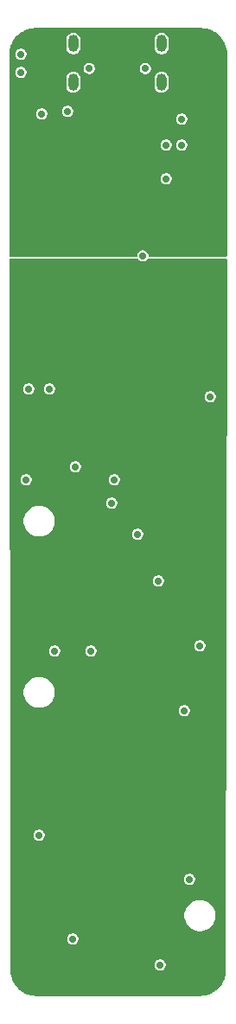
<source format=gbr>
%TF.GenerationSoftware,KiCad,Pcbnew,9.0.3*%
%TF.CreationDate,2025-09-25T22:47:40-04:00*%
%TF.ProjectId,Photon,50686f74-6f6e-42e6-9b69-6361645f7063,1.3*%
%TF.SameCoordinates,Original*%
%TF.FileFunction,Copper,L3,Inr*%
%TF.FilePolarity,Positive*%
%FSLAX46Y46*%
G04 Gerber Fmt 4.6, Leading zero omitted, Abs format (unit mm)*
G04 Created by KiCad (PCBNEW 9.0.3) date 2025-09-25 22:47:40*
%MOMM*%
%LPD*%
G01*
G04 APERTURE LIST*
%TA.AperFunction,HeatsinkPad*%
%ADD10O,1.000000X1.700000*%
%TD*%
%TA.AperFunction,ViaPad*%
%ADD11C,0.700000*%
%TD*%
G04 APERTURE END LIST*
D10*
%TO.N,GND*%
%TO.C,J1*%
X57198800Y-25860000D03*
X57198800Y-22060000D03*
X48558800Y-25860000D03*
X48558800Y-22060000D03*
%TD*%
D11*
%TO.N,GND*%
X46736000Y-81534000D03*
X55626000Y-24526000D03*
X52324000Y-67056000D03*
X61976000Y-56642000D03*
X43434000Y-23114000D03*
X59182000Y-29464000D03*
X56896000Y-74676000D03*
X57658000Y-32004000D03*
X50128800Y-24526000D03*
X43434000Y-24892000D03*
X54864000Y-70104000D03*
X59436000Y-87376000D03*
X52578000Y-64770000D03*
X55372000Y-42863000D03*
X60960000Y-81026000D03*
X57057000Y-112268000D03*
X44196000Y-55880000D03*
X50292000Y-81534000D03*
X46228000Y-55880000D03*
X59944000Y-103886000D03*
X59182000Y-32004000D03*
X43942000Y-64770000D03*
X45466000Y-28956000D03*
%TO.N,PACK+*%
X48006000Y-28702000D03*
X45212000Y-99568000D03*
X57658000Y-35306000D03*
X48768000Y-63500000D03*
%TO.N,+3V3*%
X55880000Y-61976000D03*
X48768000Y-65024000D03*
X57912000Y-61976000D03*
X53848000Y-46482000D03*
X59944000Y-61976000D03*
X48260000Y-69088000D03*
X45149000Y-113475000D03*
X51816000Y-96266000D03*
X51816000Y-98552000D03*
X53848000Y-44450000D03*
X48768000Y-81534000D03*
%TO.N,5V*%
X48768000Y-35814000D03*
X51358800Y-24526000D03*
X54356000Y-24384000D03*
X57404000Y-29464000D03*
X51816000Y-41085000D03*
%TO.N,/Bat_Neg*%
X48514000Y-109728000D03*
%TD*%
%TA.AperFunction,Conductor*%
%TO.N,5V*%
G36*
X61093527Y-20566657D02*
G01*
X61370408Y-20582210D01*
X61381439Y-20583453D01*
X61652120Y-20629446D01*
X61662928Y-20631912D01*
X61926786Y-20707932D01*
X61937235Y-20711588D01*
X62190905Y-20816665D01*
X62200899Y-20821478D01*
X62441146Y-20954260D01*
X62441206Y-20954293D01*
X62450603Y-20960198D01*
X62674524Y-21119081D01*
X62683195Y-21125996D01*
X62887928Y-21308959D01*
X62895762Y-21316793D01*
X62950632Y-21378193D01*
X63078719Y-21521525D01*
X63085641Y-21530205D01*
X63244520Y-21754126D01*
X63250426Y-21763526D01*
X63383233Y-22003824D01*
X63388050Y-22013827D01*
X63493115Y-22267480D01*
X63496782Y-22277958D01*
X63572792Y-22541793D01*
X63575262Y-22552617D01*
X63621250Y-22823291D01*
X63622493Y-22834323D01*
X63638039Y-23111148D01*
X63638195Y-23116843D01*
X63609464Y-42827144D01*
X63590472Y-42885307D01*
X63540919Y-42921199D01*
X63510464Y-42926000D01*
X56021500Y-42926000D01*
X55963309Y-42907093D01*
X55927345Y-42857593D01*
X55922500Y-42827000D01*
X55922500Y-42790525D01*
X55884984Y-42650515D01*
X55884982Y-42650512D01*
X55884982Y-42650510D01*
X55812512Y-42524989D01*
X55812510Y-42524987D01*
X55812509Y-42524985D01*
X55710015Y-42422491D01*
X55710012Y-42422489D01*
X55710010Y-42422487D01*
X55584488Y-42350017D01*
X55584489Y-42350017D01*
X55554896Y-42342087D01*
X55444475Y-42312500D01*
X55299525Y-42312500D01*
X55237790Y-42329041D01*
X55159510Y-42350017D01*
X55033989Y-42422487D01*
X54931487Y-42524989D01*
X54859017Y-42650510D01*
X54821500Y-42790525D01*
X54821500Y-42827000D01*
X54802593Y-42885191D01*
X54753093Y-42921155D01*
X54722500Y-42926000D01*
X42407506Y-42926000D01*
X42349315Y-42907093D01*
X42313351Y-42857593D01*
X42308506Y-42827144D01*
X42297433Y-35233525D01*
X57107500Y-35233525D01*
X57107500Y-35378474D01*
X57145017Y-35518489D01*
X57217487Y-35644010D01*
X57217489Y-35644012D01*
X57217491Y-35644015D01*
X57319985Y-35746509D01*
X57319987Y-35746510D01*
X57319989Y-35746512D01*
X57445511Y-35818982D01*
X57445512Y-35818982D01*
X57445515Y-35818984D01*
X57585525Y-35856500D01*
X57585526Y-35856500D01*
X57730474Y-35856500D01*
X57730475Y-35856500D01*
X57870485Y-35818984D01*
X57870487Y-35818982D01*
X57870489Y-35818982D01*
X57996010Y-35746512D01*
X57996010Y-35746511D01*
X57996015Y-35746509D01*
X58098509Y-35644015D01*
X58170984Y-35518485D01*
X58208500Y-35378475D01*
X58208500Y-35233525D01*
X58170984Y-35093515D01*
X58170982Y-35093512D01*
X58170982Y-35093510D01*
X58098512Y-34967989D01*
X58098510Y-34967987D01*
X58098509Y-34967985D01*
X57996015Y-34865491D01*
X57996012Y-34865489D01*
X57996010Y-34865487D01*
X57870488Y-34793017D01*
X57870489Y-34793017D01*
X57840896Y-34785087D01*
X57730475Y-34755500D01*
X57585525Y-34755500D01*
X57523790Y-34772041D01*
X57445510Y-34793017D01*
X57319989Y-34865487D01*
X57217487Y-34967989D01*
X57145017Y-35093510D01*
X57107500Y-35233525D01*
X42297433Y-35233525D01*
X42297424Y-35227180D01*
X42292618Y-31931525D01*
X57107500Y-31931525D01*
X57107500Y-32076474D01*
X57145017Y-32216489D01*
X57217487Y-32342010D01*
X57217489Y-32342012D01*
X57217491Y-32342015D01*
X57319985Y-32444509D01*
X57319987Y-32444510D01*
X57319989Y-32444512D01*
X57445511Y-32516982D01*
X57445512Y-32516982D01*
X57445515Y-32516984D01*
X57585525Y-32554500D01*
X57585526Y-32554500D01*
X57730474Y-32554500D01*
X57730475Y-32554500D01*
X57870485Y-32516984D01*
X57870487Y-32516982D01*
X57870489Y-32516982D01*
X57996010Y-32444512D01*
X57996010Y-32444511D01*
X57996015Y-32444509D01*
X58098509Y-32342015D01*
X58170984Y-32216485D01*
X58208500Y-32076475D01*
X58208500Y-31931525D01*
X58631500Y-31931525D01*
X58631500Y-32076474D01*
X58669017Y-32216489D01*
X58741487Y-32342010D01*
X58741489Y-32342012D01*
X58741491Y-32342015D01*
X58843985Y-32444509D01*
X58843987Y-32444510D01*
X58843989Y-32444512D01*
X58969511Y-32516982D01*
X58969512Y-32516982D01*
X58969515Y-32516984D01*
X59109525Y-32554500D01*
X59109526Y-32554500D01*
X59254474Y-32554500D01*
X59254475Y-32554500D01*
X59394485Y-32516984D01*
X59394487Y-32516982D01*
X59394489Y-32516982D01*
X59520010Y-32444512D01*
X59520010Y-32444511D01*
X59520015Y-32444509D01*
X59622509Y-32342015D01*
X59694984Y-32216485D01*
X59732500Y-32076475D01*
X59732500Y-31931525D01*
X59694984Y-31791515D01*
X59694982Y-31791512D01*
X59694982Y-31791510D01*
X59622512Y-31665989D01*
X59622510Y-31665987D01*
X59622509Y-31665985D01*
X59520015Y-31563491D01*
X59520012Y-31563489D01*
X59520010Y-31563487D01*
X59394488Y-31491017D01*
X59394489Y-31491017D01*
X59364896Y-31483087D01*
X59254475Y-31453500D01*
X59109525Y-31453500D01*
X59047790Y-31470041D01*
X58969510Y-31491017D01*
X58843989Y-31563487D01*
X58741487Y-31665989D01*
X58669017Y-31791510D01*
X58631500Y-31931525D01*
X58208500Y-31931525D01*
X58170984Y-31791515D01*
X58170982Y-31791512D01*
X58170982Y-31791510D01*
X58098512Y-31665989D01*
X58098510Y-31665987D01*
X58098509Y-31665985D01*
X57996015Y-31563491D01*
X57996012Y-31563489D01*
X57996010Y-31563487D01*
X57870488Y-31491017D01*
X57870489Y-31491017D01*
X57840896Y-31483087D01*
X57730475Y-31453500D01*
X57585525Y-31453500D01*
X57523790Y-31470041D01*
X57445510Y-31491017D01*
X57319989Y-31563487D01*
X57217487Y-31665989D01*
X57145017Y-31791510D01*
X57107500Y-31931525D01*
X42292618Y-31931525D01*
X42292609Y-31925180D01*
X42288174Y-28883525D01*
X44915500Y-28883525D01*
X44915500Y-29028474D01*
X44953017Y-29168489D01*
X45025487Y-29294010D01*
X45025489Y-29294012D01*
X45025491Y-29294015D01*
X45127985Y-29396509D01*
X45127987Y-29396510D01*
X45127989Y-29396512D01*
X45253511Y-29468982D01*
X45253512Y-29468982D01*
X45253515Y-29468984D01*
X45393525Y-29506500D01*
X45393526Y-29506500D01*
X45538474Y-29506500D01*
X45538475Y-29506500D01*
X45678485Y-29468984D01*
X45678487Y-29468982D01*
X45678489Y-29468982D01*
X45804010Y-29396512D01*
X45804010Y-29396511D01*
X45804015Y-29396509D01*
X45808999Y-29391525D01*
X58631500Y-29391525D01*
X58631500Y-29536474D01*
X58669017Y-29676489D01*
X58741487Y-29802010D01*
X58741489Y-29802012D01*
X58741491Y-29802015D01*
X58843985Y-29904509D01*
X58843987Y-29904510D01*
X58843989Y-29904512D01*
X58969511Y-29976982D01*
X58969512Y-29976982D01*
X58969515Y-29976984D01*
X59109525Y-30014500D01*
X59109526Y-30014500D01*
X59254474Y-30014500D01*
X59254475Y-30014500D01*
X59394485Y-29976984D01*
X59394487Y-29976982D01*
X59394489Y-29976982D01*
X59520010Y-29904512D01*
X59520010Y-29904511D01*
X59520015Y-29904509D01*
X59622509Y-29802015D01*
X59694984Y-29676485D01*
X59732500Y-29536475D01*
X59732500Y-29391525D01*
X59694984Y-29251515D01*
X59694982Y-29251512D01*
X59694982Y-29251510D01*
X59622512Y-29125989D01*
X59622510Y-29125987D01*
X59622509Y-29125985D01*
X59520015Y-29023491D01*
X59520012Y-29023489D01*
X59520010Y-29023487D01*
X59394488Y-28951017D01*
X59394489Y-28951017D01*
X59364896Y-28943087D01*
X59254475Y-28913500D01*
X59109525Y-28913500D01*
X59047790Y-28930041D01*
X58969510Y-28951017D01*
X58843989Y-29023487D01*
X58741487Y-29125989D01*
X58669017Y-29251510D01*
X58631500Y-29391525D01*
X45808999Y-29391525D01*
X45906509Y-29294015D01*
X45930478Y-29252500D01*
X45978982Y-29168489D01*
X45978982Y-29168487D01*
X45978984Y-29168485D01*
X46016500Y-29028475D01*
X46016500Y-28883525D01*
X45978984Y-28743515D01*
X45978982Y-28743512D01*
X45978982Y-28743510D01*
X45938005Y-28672536D01*
X45913172Y-28629525D01*
X47455500Y-28629525D01*
X47455500Y-28774474D01*
X47493017Y-28914489D01*
X47565487Y-29040010D01*
X47565489Y-29040012D01*
X47565491Y-29040015D01*
X47667985Y-29142509D01*
X47667987Y-29142510D01*
X47667989Y-29142512D01*
X47793511Y-29214982D01*
X47793512Y-29214982D01*
X47793515Y-29214984D01*
X47933525Y-29252500D01*
X47933526Y-29252500D01*
X48078474Y-29252500D01*
X48078475Y-29252500D01*
X48218485Y-29214984D01*
X48218487Y-29214982D01*
X48218489Y-29214982D01*
X48344010Y-29142512D01*
X48344010Y-29142511D01*
X48344015Y-29142509D01*
X48446509Y-29040015D01*
X48456049Y-29023491D01*
X48518982Y-28914489D01*
X48518982Y-28914487D01*
X48518984Y-28914485D01*
X48556500Y-28774475D01*
X48556500Y-28629525D01*
X48518984Y-28489515D01*
X48518982Y-28489512D01*
X48518982Y-28489510D01*
X48446512Y-28363989D01*
X48446510Y-28363987D01*
X48446509Y-28363985D01*
X48344015Y-28261491D01*
X48344012Y-28261489D01*
X48344010Y-28261487D01*
X48218488Y-28189017D01*
X48218489Y-28189017D01*
X48188896Y-28181087D01*
X48078475Y-28151500D01*
X47933525Y-28151500D01*
X47871790Y-28168041D01*
X47793510Y-28189017D01*
X47667989Y-28261487D01*
X47565487Y-28363989D01*
X47493017Y-28489510D01*
X47455500Y-28629525D01*
X45913172Y-28629525D01*
X45906512Y-28617989D01*
X45906510Y-28617987D01*
X45906509Y-28617985D01*
X45804015Y-28515491D01*
X45804012Y-28515489D01*
X45804010Y-28515487D01*
X45678488Y-28443017D01*
X45678489Y-28443017D01*
X45648896Y-28435087D01*
X45538475Y-28405500D01*
X45393525Y-28405500D01*
X45331790Y-28422041D01*
X45253510Y-28443017D01*
X45127989Y-28515487D01*
X45025487Y-28617989D01*
X44953017Y-28743510D01*
X44915500Y-28883525D01*
X42288174Y-28883525D01*
X42288165Y-28877180D01*
X42282248Y-24819525D01*
X42883500Y-24819525D01*
X42883500Y-24964474D01*
X42921017Y-25104489D01*
X42993487Y-25230010D01*
X42993489Y-25230012D01*
X42993491Y-25230015D01*
X43095985Y-25332509D01*
X43095987Y-25332510D01*
X43095989Y-25332512D01*
X43221511Y-25404982D01*
X43221512Y-25404982D01*
X43221515Y-25404984D01*
X43361525Y-25442500D01*
X43361526Y-25442500D01*
X43506474Y-25442500D01*
X43506475Y-25442500D01*
X43512058Y-25441004D01*
X47858300Y-25441004D01*
X47858300Y-26278995D01*
X47885220Y-26414327D01*
X47885220Y-26414329D01*
X47938022Y-26541806D01*
X47938028Y-26541817D01*
X48014685Y-26656541D01*
X48112258Y-26754114D01*
X48226982Y-26830771D01*
X48226993Y-26830777D01*
X48274083Y-26850282D01*
X48354472Y-26883580D01*
X48489807Y-26910500D01*
X48489808Y-26910500D01*
X48627792Y-26910500D01*
X48627793Y-26910500D01*
X48763128Y-26883580D01*
X48890611Y-26830775D01*
X49005342Y-26754114D01*
X49102914Y-26656542D01*
X49179575Y-26541811D01*
X49232380Y-26414328D01*
X49259300Y-26278993D01*
X49259300Y-25441007D01*
X49259299Y-25441004D01*
X56498300Y-25441004D01*
X56498300Y-26278995D01*
X56525220Y-26414327D01*
X56525220Y-26414329D01*
X56578022Y-26541806D01*
X56578028Y-26541817D01*
X56654685Y-26656541D01*
X56752258Y-26754114D01*
X56866982Y-26830771D01*
X56866993Y-26830777D01*
X56914083Y-26850282D01*
X56994472Y-26883580D01*
X57129807Y-26910500D01*
X57129808Y-26910500D01*
X57267792Y-26910500D01*
X57267793Y-26910500D01*
X57403128Y-26883580D01*
X57530611Y-26830775D01*
X57645342Y-26754114D01*
X57742914Y-26656542D01*
X57819575Y-26541811D01*
X57872380Y-26414328D01*
X57899300Y-26278993D01*
X57899300Y-25441007D01*
X57872380Y-25305672D01*
X57819575Y-25178189D01*
X57819574Y-25178187D01*
X57819571Y-25178182D01*
X57742914Y-25063458D01*
X57645341Y-24965885D01*
X57530617Y-24889228D01*
X57530606Y-24889222D01*
X57403128Y-24836420D01*
X57267795Y-24809500D01*
X57267793Y-24809500D01*
X57129807Y-24809500D01*
X57129804Y-24809500D01*
X56994472Y-24836420D01*
X56994470Y-24836420D01*
X56866993Y-24889222D01*
X56866982Y-24889228D01*
X56752258Y-24965885D01*
X56654685Y-25063458D01*
X56578028Y-25178182D01*
X56578022Y-25178193D01*
X56525220Y-25305670D01*
X56525220Y-25305672D01*
X56498300Y-25441004D01*
X49259299Y-25441004D01*
X49232380Y-25305672D01*
X49179575Y-25178189D01*
X49179574Y-25178187D01*
X49179571Y-25178182D01*
X49102914Y-25063458D01*
X49005341Y-24965885D01*
X48890617Y-24889228D01*
X48890606Y-24889222D01*
X48763128Y-24836420D01*
X48627795Y-24809500D01*
X48627793Y-24809500D01*
X48489807Y-24809500D01*
X48489804Y-24809500D01*
X48354472Y-24836420D01*
X48354470Y-24836420D01*
X48226993Y-24889222D01*
X48226982Y-24889228D01*
X48112258Y-24965885D01*
X48014685Y-25063458D01*
X47938028Y-25178182D01*
X47938022Y-25178193D01*
X47885220Y-25305670D01*
X47885220Y-25305672D01*
X47858300Y-25441004D01*
X43512058Y-25441004D01*
X43646485Y-25404984D01*
X43646487Y-25404982D01*
X43646489Y-25404982D01*
X43741002Y-25350415D01*
X43741010Y-25350409D01*
X43772015Y-25332509D01*
X43874509Y-25230015D01*
X43946984Y-25104485D01*
X43984500Y-24964475D01*
X43984500Y-24819525D01*
X43946984Y-24679515D01*
X43946982Y-24679512D01*
X43946982Y-24679510D01*
X43874512Y-24553989D01*
X43874510Y-24553987D01*
X43874509Y-24553985D01*
X43774049Y-24453525D01*
X49578300Y-24453525D01*
X49578300Y-24598474D01*
X49615817Y-24738489D01*
X49688287Y-24864010D01*
X49688289Y-24864012D01*
X49688291Y-24864015D01*
X49790785Y-24966509D01*
X49790787Y-24966510D01*
X49790789Y-24966512D01*
X49916311Y-25038982D01*
X49916312Y-25038982D01*
X49916315Y-25038984D01*
X50056325Y-25076500D01*
X50056326Y-25076500D01*
X50201274Y-25076500D01*
X50201275Y-25076500D01*
X50341285Y-25038984D01*
X50341287Y-25038982D01*
X50341289Y-25038982D01*
X50466810Y-24966512D01*
X50466810Y-24966511D01*
X50466815Y-24966509D01*
X50569309Y-24864015D01*
X50585241Y-24836420D01*
X50641782Y-24738489D01*
X50641782Y-24738487D01*
X50641784Y-24738485D01*
X50679300Y-24598475D01*
X50679300Y-24453525D01*
X55075500Y-24453525D01*
X55075500Y-24598474D01*
X55113017Y-24738489D01*
X55185487Y-24864010D01*
X55185489Y-24864012D01*
X55185491Y-24864015D01*
X55287985Y-24966509D01*
X55287987Y-24966510D01*
X55287989Y-24966512D01*
X55413511Y-25038982D01*
X55413512Y-25038982D01*
X55413515Y-25038984D01*
X55553525Y-25076500D01*
X55553526Y-25076500D01*
X55698474Y-25076500D01*
X55698475Y-25076500D01*
X55838485Y-25038984D01*
X55838487Y-25038982D01*
X55838489Y-25038982D01*
X55964010Y-24966512D01*
X55964010Y-24966511D01*
X55964015Y-24966509D01*
X56066509Y-24864015D01*
X56082441Y-24836420D01*
X56138982Y-24738489D01*
X56138982Y-24738487D01*
X56138984Y-24738485D01*
X56176500Y-24598475D01*
X56176500Y-24453525D01*
X56138984Y-24313515D01*
X56138982Y-24313512D01*
X56138982Y-24313510D01*
X56066512Y-24187989D01*
X56066510Y-24187987D01*
X56066509Y-24187985D01*
X55964015Y-24085491D01*
X55964012Y-24085489D01*
X55964010Y-24085487D01*
X55838488Y-24013017D01*
X55838489Y-24013017D01*
X55808896Y-24005087D01*
X55698475Y-23975500D01*
X55553525Y-23975500D01*
X55491790Y-23992041D01*
X55413510Y-24013017D01*
X55287989Y-24085487D01*
X55185487Y-24187989D01*
X55113017Y-24313510D01*
X55075500Y-24453525D01*
X50679300Y-24453525D01*
X50641784Y-24313515D01*
X50641782Y-24313512D01*
X50641782Y-24313510D01*
X50569312Y-24187989D01*
X50569310Y-24187987D01*
X50569309Y-24187985D01*
X50466815Y-24085491D01*
X50466812Y-24085489D01*
X50466810Y-24085487D01*
X50341288Y-24013017D01*
X50341289Y-24013017D01*
X50311696Y-24005087D01*
X50201275Y-23975500D01*
X50056325Y-23975500D01*
X49994590Y-23992041D01*
X49916310Y-24013017D01*
X49790789Y-24085487D01*
X49688287Y-24187989D01*
X49615817Y-24313510D01*
X49578300Y-24453525D01*
X43774049Y-24453525D01*
X43772015Y-24451491D01*
X43772012Y-24451489D01*
X43772010Y-24451487D01*
X43646488Y-24379017D01*
X43646489Y-24379017D01*
X43616896Y-24371087D01*
X43506475Y-24341500D01*
X43361525Y-24341500D01*
X43299790Y-24358041D01*
X43221510Y-24379017D01*
X43095989Y-24451487D01*
X42993487Y-24553989D01*
X42921017Y-24679510D01*
X42883500Y-24819525D01*
X42282248Y-24819525D01*
X42282239Y-24813180D01*
X42279858Y-23180394D01*
X42279765Y-23116834D01*
X42279921Y-23111145D01*
X42283831Y-23041525D01*
X42883500Y-23041525D01*
X42883500Y-23186474D01*
X42921017Y-23326489D01*
X42993487Y-23452010D01*
X42993489Y-23452012D01*
X42993491Y-23452015D01*
X43095985Y-23554509D01*
X43095987Y-23554510D01*
X43095989Y-23554512D01*
X43221511Y-23626982D01*
X43221512Y-23626982D01*
X43221515Y-23626984D01*
X43361525Y-23664500D01*
X43361526Y-23664500D01*
X43506474Y-23664500D01*
X43506475Y-23664500D01*
X43646485Y-23626984D01*
X43646487Y-23626982D01*
X43646489Y-23626982D01*
X43772010Y-23554512D01*
X43772010Y-23554511D01*
X43772015Y-23554509D01*
X43874509Y-23452015D01*
X43946984Y-23326485D01*
X43984500Y-23186475D01*
X43984500Y-23041525D01*
X43946984Y-22901515D01*
X43946982Y-22901512D01*
X43946982Y-22901510D01*
X43874512Y-22775989D01*
X43874510Y-22775987D01*
X43874509Y-22775985D01*
X43772015Y-22673491D01*
X43772012Y-22673489D01*
X43772010Y-22673487D01*
X43646488Y-22601017D01*
X43646489Y-22601017D01*
X43615438Y-22592697D01*
X43506475Y-22563500D01*
X43361525Y-22563500D01*
X43299790Y-22580041D01*
X43221510Y-22601017D01*
X43095989Y-22673487D01*
X42993487Y-22775989D01*
X42921017Y-22901510D01*
X42883500Y-23041525D01*
X42283831Y-23041525D01*
X42284435Y-23030777D01*
X42295467Y-22834312D01*
X42296709Y-22823293D01*
X42342701Y-22552600D01*
X42345170Y-22541784D01*
X42363260Y-22478993D01*
X42421182Y-22277939D01*
X42424842Y-22267480D01*
X42529922Y-22013793D01*
X42534726Y-22003817D01*
X42667549Y-21763488D01*
X42673435Y-21754119D01*
X42753694Y-21641004D01*
X47858300Y-21641004D01*
X47858300Y-21641007D01*
X47858300Y-22478993D01*
X47880918Y-22592703D01*
X47885220Y-22614327D01*
X47885220Y-22614329D01*
X47938022Y-22741806D01*
X47938028Y-22741817D01*
X48014685Y-22856541D01*
X48112258Y-22954114D01*
X48226982Y-23030771D01*
X48226993Y-23030777D01*
X48269730Y-23048479D01*
X48354472Y-23083580D01*
X48489807Y-23110500D01*
X48489808Y-23110500D01*
X48627792Y-23110500D01*
X48627793Y-23110500D01*
X48763128Y-23083580D01*
X48890611Y-23030775D01*
X49005342Y-22954114D01*
X49102914Y-22856542D01*
X49179575Y-22741811D01*
X49232380Y-22614328D01*
X49259300Y-22478993D01*
X49259300Y-21641007D01*
X49259299Y-21641004D01*
X56498300Y-21641004D01*
X56498300Y-21641007D01*
X56498300Y-22478993D01*
X56520918Y-22592703D01*
X56525220Y-22614327D01*
X56525220Y-22614329D01*
X56578022Y-22741806D01*
X56578028Y-22741817D01*
X56654685Y-22856541D01*
X56752258Y-22954114D01*
X56866982Y-23030771D01*
X56866993Y-23030777D01*
X56909730Y-23048479D01*
X56994472Y-23083580D01*
X57129807Y-23110500D01*
X57129808Y-23110500D01*
X57267792Y-23110500D01*
X57267793Y-23110500D01*
X57403128Y-23083580D01*
X57530611Y-23030775D01*
X57645342Y-22954114D01*
X57742914Y-22856542D01*
X57819575Y-22741811D01*
X57872380Y-22614328D01*
X57899300Y-22478993D01*
X57899300Y-21641007D01*
X57872380Y-21505672D01*
X57819575Y-21378189D01*
X57819574Y-21378187D01*
X57819571Y-21378182D01*
X57742914Y-21263458D01*
X57645341Y-21165885D01*
X57530617Y-21089228D01*
X57530606Y-21089222D01*
X57403128Y-21036420D01*
X57267795Y-21009500D01*
X57267793Y-21009500D01*
X57129807Y-21009500D01*
X57129804Y-21009500D01*
X56994472Y-21036420D01*
X56994470Y-21036420D01*
X56866993Y-21089222D01*
X56866982Y-21089228D01*
X56752258Y-21165885D01*
X56654685Y-21263458D01*
X56578028Y-21378182D01*
X56578022Y-21378193D01*
X56525220Y-21505670D01*
X56525220Y-21505672D01*
X56498300Y-21641004D01*
X49259299Y-21641004D01*
X49232380Y-21505672D01*
X49179575Y-21378189D01*
X49179574Y-21378187D01*
X49179571Y-21378182D01*
X49102914Y-21263458D01*
X49005341Y-21165885D01*
X48890617Y-21089228D01*
X48890606Y-21089222D01*
X48763128Y-21036420D01*
X48627795Y-21009500D01*
X48627793Y-21009500D01*
X48489807Y-21009500D01*
X48489804Y-21009500D01*
X48354472Y-21036420D01*
X48354470Y-21036420D01*
X48226993Y-21089222D01*
X48226982Y-21089228D01*
X48112258Y-21165885D01*
X48014685Y-21263458D01*
X47938028Y-21378182D01*
X47938022Y-21378193D01*
X47885220Y-21505670D01*
X47885220Y-21505672D01*
X47858300Y-21641004D01*
X42753694Y-21641004D01*
X42832336Y-21530168D01*
X42839240Y-21521510D01*
X43022217Y-21316756D01*
X43030043Y-21308931D01*
X43234743Y-21125999D01*
X43234777Y-21125969D01*
X43243456Y-21119047D01*
X43467383Y-20960159D01*
X43476761Y-20954266D01*
X43717096Y-20821435D01*
X43727063Y-20816635D01*
X43980756Y-20711549D01*
X43991195Y-20707896D01*
X44255066Y-20631873D01*
X44265866Y-20629408D01*
X44536560Y-20583413D01*
X44547582Y-20582171D01*
X44823760Y-20566657D01*
X44829313Y-20566501D01*
X61087975Y-20566501D01*
X61093527Y-20566657D01*
G37*
%TD.AperFunction*%
%TD*%
%TA.AperFunction,Conductor*%
%TO.N,+3V3*%
G36*
X55950420Y-43118981D02*
G01*
X55957998Y-43121443D01*
X56021496Y-43131500D01*
X63509875Y-43131500D01*
X63568066Y-43150407D01*
X63604030Y-43199907D01*
X63608875Y-43230644D01*
X63507604Y-112703004D01*
X63507604Y-112703006D01*
X63507594Y-112709754D01*
X63507500Y-112710108D01*
X63507500Y-112773355D01*
X63507495Y-112773368D01*
X63507344Y-112778760D01*
X63491793Y-113055679D01*
X63490550Y-113066711D01*
X63444561Y-113337386D01*
X63442091Y-113348210D01*
X63366081Y-113612045D01*
X63362414Y-113622524D01*
X63257344Y-113876184D01*
X63252527Y-113886186D01*
X63119719Y-114126485D01*
X63113812Y-114135886D01*
X62954933Y-114359804D01*
X62948012Y-114368483D01*
X62765060Y-114573209D01*
X62757209Y-114581060D01*
X62552483Y-114764012D01*
X62543804Y-114770933D01*
X62319886Y-114929812D01*
X62310485Y-114935719D01*
X62070186Y-115068527D01*
X62060184Y-115073344D01*
X61806524Y-115178414D01*
X61796045Y-115182081D01*
X61532210Y-115258091D01*
X61521386Y-115260561D01*
X61250711Y-115306550D01*
X61239679Y-115307793D01*
X60962778Y-115323344D01*
X60957227Y-115323500D01*
X44960773Y-115323500D01*
X44955222Y-115323344D01*
X44678320Y-115307793D01*
X44667288Y-115306550D01*
X44396613Y-115260561D01*
X44385789Y-115258091D01*
X44121954Y-115182081D01*
X44111475Y-115178414D01*
X43857815Y-115073344D01*
X43847813Y-115068527D01*
X43607514Y-114935719D01*
X43598113Y-114929812D01*
X43374195Y-114770933D01*
X43365516Y-114764012D01*
X43270270Y-114678896D01*
X43160782Y-114581052D01*
X43152947Y-114573217D01*
X43042381Y-114449493D01*
X42969987Y-114368483D01*
X42963066Y-114359804D01*
X42804187Y-114135886D01*
X42798280Y-114126485D01*
X42665472Y-113886186D01*
X42660655Y-113876184D01*
X42555585Y-113622524D01*
X42551918Y-113612045D01*
X42475904Y-113348195D01*
X42473441Y-113337401D01*
X42427448Y-113066706D01*
X42426206Y-113055679D01*
X42410656Y-112778778D01*
X42410500Y-112773376D01*
X42410500Y-112773355D01*
X42410500Y-112710108D01*
X42410404Y-112709751D01*
X42409654Y-112195525D01*
X56506500Y-112195525D01*
X56506500Y-112340474D01*
X56544017Y-112480489D01*
X56616487Y-112606010D01*
X56616489Y-112606012D01*
X56616491Y-112606015D01*
X56718985Y-112708509D01*
X56718987Y-112708510D01*
X56718989Y-112708512D01*
X56844511Y-112780982D01*
X56844512Y-112780982D01*
X56844515Y-112780984D01*
X56984525Y-112818500D01*
X56984526Y-112818500D01*
X57129474Y-112818500D01*
X57129475Y-112818500D01*
X57269485Y-112780984D01*
X57269487Y-112780982D01*
X57269489Y-112780982D01*
X57395010Y-112708512D01*
X57395010Y-112708511D01*
X57395015Y-112708509D01*
X57497509Y-112606015D01*
X57569984Y-112480485D01*
X57607500Y-112340475D01*
X57607500Y-112195525D01*
X57569984Y-112055515D01*
X57569982Y-112055512D01*
X57569982Y-112055510D01*
X57497512Y-111929989D01*
X57497510Y-111929987D01*
X57497509Y-111929985D01*
X57395015Y-111827491D01*
X57395012Y-111827489D01*
X57395010Y-111827487D01*
X57269488Y-111755017D01*
X57269489Y-111755017D01*
X57239896Y-111747087D01*
X57129475Y-111717500D01*
X56984525Y-111717500D01*
X56922790Y-111734041D01*
X56844510Y-111755017D01*
X56718989Y-111827487D01*
X56616487Y-111929989D01*
X56544017Y-112055510D01*
X56506500Y-112195525D01*
X42409654Y-112195525D01*
X42405951Y-109655525D01*
X47963500Y-109655525D01*
X47963500Y-109800474D01*
X48001017Y-109940489D01*
X48073487Y-110066010D01*
X48073489Y-110066012D01*
X48073491Y-110066015D01*
X48175985Y-110168509D01*
X48175987Y-110168510D01*
X48175989Y-110168512D01*
X48301511Y-110240982D01*
X48301512Y-110240982D01*
X48301515Y-110240984D01*
X48441525Y-110278500D01*
X48441526Y-110278500D01*
X48586474Y-110278500D01*
X48586475Y-110278500D01*
X48726485Y-110240984D01*
X48726487Y-110240982D01*
X48726489Y-110240982D01*
X48852010Y-110168512D01*
X48852010Y-110168511D01*
X48852015Y-110168509D01*
X48954509Y-110066015D01*
X49026984Y-109940485D01*
X49064500Y-109800475D01*
X49064500Y-109655525D01*
X49026984Y-109515515D01*
X49026982Y-109515512D01*
X49026982Y-109515510D01*
X48954512Y-109389989D01*
X48954510Y-109389987D01*
X48954509Y-109389985D01*
X48852015Y-109287491D01*
X48852012Y-109287489D01*
X48852010Y-109287487D01*
X48726488Y-109215017D01*
X48726489Y-109215017D01*
X48696896Y-109207087D01*
X48586475Y-109177500D01*
X48441525Y-109177500D01*
X48379790Y-109194041D01*
X48301510Y-109215017D01*
X48175989Y-109287487D01*
X48073487Y-109389989D01*
X48001017Y-109515510D01*
X47963500Y-109655525D01*
X42405951Y-109655525D01*
X42402548Y-107322212D01*
X59437995Y-107322212D01*
X59437995Y-107561787D01*
X59475470Y-107798399D01*
X59475472Y-107798404D01*
X59549503Y-108026247D01*
X59658265Y-108239704D01*
X59799080Y-108433519D01*
X59968481Y-108602920D01*
X60162296Y-108743735D01*
X60375753Y-108852497D01*
X60603596Y-108926528D01*
X60603597Y-108926528D01*
X60603600Y-108926529D01*
X60840213Y-108964005D01*
X60840216Y-108964005D01*
X61079787Y-108964005D01*
X61316399Y-108926529D01*
X61316400Y-108926528D01*
X61316404Y-108926528D01*
X61544247Y-108852497D01*
X61757704Y-108743735D01*
X61951519Y-108602920D01*
X62120920Y-108433519D01*
X62261735Y-108239704D01*
X62370497Y-108026247D01*
X62444528Y-107798404D01*
X62444529Y-107798399D01*
X62482005Y-107561787D01*
X62482005Y-107322212D01*
X62444529Y-107085600D01*
X62426028Y-107028659D01*
X62370497Y-106857753D01*
X62261735Y-106644296D01*
X62120920Y-106450481D01*
X61951519Y-106281080D01*
X61757704Y-106140265D01*
X61757703Y-106140264D01*
X61757701Y-106140263D01*
X61544247Y-106031503D01*
X61316399Y-105957470D01*
X61079787Y-105919995D01*
X61079784Y-105919995D01*
X60840216Y-105919995D01*
X60840213Y-105919995D01*
X60603600Y-105957470D01*
X60375752Y-106031503D01*
X60162298Y-106140263D01*
X59968482Y-106281079D01*
X59799079Y-106450482D01*
X59658263Y-106644298D01*
X59549503Y-106857752D01*
X59475470Y-107085600D01*
X59437995Y-107322212D01*
X42402548Y-107322212D01*
X42397432Y-103813525D01*
X59393500Y-103813525D01*
X59393500Y-103958474D01*
X59431017Y-104098489D01*
X59503487Y-104224010D01*
X59503489Y-104224012D01*
X59503491Y-104224015D01*
X59605985Y-104326509D01*
X59605987Y-104326510D01*
X59605989Y-104326512D01*
X59731511Y-104398982D01*
X59731512Y-104398982D01*
X59731515Y-104398984D01*
X59871525Y-104436500D01*
X59871526Y-104436500D01*
X60016474Y-104436500D01*
X60016475Y-104436500D01*
X60156485Y-104398984D01*
X60156487Y-104398982D01*
X60156489Y-104398982D01*
X60282010Y-104326512D01*
X60282010Y-104326511D01*
X60282015Y-104326509D01*
X60384509Y-104224015D01*
X60456984Y-104098485D01*
X60494500Y-103958475D01*
X60494500Y-103813525D01*
X60456984Y-103673515D01*
X60456982Y-103673512D01*
X60456982Y-103673510D01*
X60384512Y-103547989D01*
X60384510Y-103547987D01*
X60384509Y-103547985D01*
X60282015Y-103445491D01*
X60282012Y-103445489D01*
X60282010Y-103445487D01*
X60156488Y-103373017D01*
X60156489Y-103373017D01*
X60126896Y-103365087D01*
X60016475Y-103335500D01*
X59871525Y-103335500D01*
X59809790Y-103352041D01*
X59731510Y-103373017D01*
X59605989Y-103445487D01*
X59503487Y-103547989D01*
X59431017Y-103673510D01*
X59393500Y-103813525D01*
X42397432Y-103813525D01*
X42391136Y-99495525D01*
X44661500Y-99495525D01*
X44661500Y-99640474D01*
X44699017Y-99780489D01*
X44771487Y-99906010D01*
X44771489Y-99906012D01*
X44771491Y-99906015D01*
X44873985Y-100008509D01*
X44873987Y-100008510D01*
X44873989Y-100008512D01*
X44999511Y-100080982D01*
X44999512Y-100080982D01*
X44999515Y-100080984D01*
X45139525Y-100118500D01*
X45139526Y-100118500D01*
X45284474Y-100118500D01*
X45284475Y-100118500D01*
X45424485Y-100080984D01*
X45424487Y-100080982D01*
X45424489Y-100080982D01*
X45550010Y-100008512D01*
X45550010Y-100008511D01*
X45550015Y-100008509D01*
X45652509Y-99906015D01*
X45724984Y-99780485D01*
X45762500Y-99640475D01*
X45762500Y-99495525D01*
X45724984Y-99355515D01*
X45724982Y-99355512D01*
X45724982Y-99355510D01*
X45652512Y-99229989D01*
X45652510Y-99229987D01*
X45652509Y-99229985D01*
X45550015Y-99127491D01*
X45550012Y-99127489D01*
X45550010Y-99127487D01*
X45424488Y-99055017D01*
X45424489Y-99055017D01*
X45394896Y-99047087D01*
X45284475Y-99017500D01*
X45139525Y-99017500D01*
X45077790Y-99034041D01*
X44999510Y-99055017D01*
X44873989Y-99127487D01*
X44771487Y-99229989D01*
X44699017Y-99355510D01*
X44661500Y-99495525D01*
X42391136Y-99495525D01*
X42373358Y-87303525D01*
X58885500Y-87303525D01*
X58885500Y-87448474D01*
X58923017Y-87588489D01*
X58995487Y-87714010D01*
X58995489Y-87714012D01*
X58995491Y-87714015D01*
X59097985Y-87816509D01*
X59097987Y-87816510D01*
X59097989Y-87816512D01*
X59223511Y-87888982D01*
X59223512Y-87888982D01*
X59223515Y-87888984D01*
X59363525Y-87926500D01*
X59363526Y-87926500D01*
X59508474Y-87926500D01*
X59508475Y-87926500D01*
X59648485Y-87888984D01*
X59648487Y-87888982D01*
X59648489Y-87888982D01*
X59774010Y-87816512D01*
X59774010Y-87816511D01*
X59774015Y-87816509D01*
X59876509Y-87714015D01*
X59948984Y-87588485D01*
X59986500Y-87448475D01*
X59986500Y-87303525D01*
X59948984Y-87163515D01*
X59948982Y-87163512D01*
X59948982Y-87163510D01*
X59876512Y-87037989D01*
X59876510Y-87037987D01*
X59876509Y-87037985D01*
X59774015Y-86935491D01*
X59774012Y-86935489D01*
X59774010Y-86935487D01*
X59648488Y-86863017D01*
X59648489Y-86863017D01*
X59618896Y-86855087D01*
X59508475Y-86825500D01*
X59363525Y-86825500D01*
X59301790Y-86842041D01*
X59223510Y-86863017D01*
X59097989Y-86935487D01*
X58995487Y-87037989D01*
X58923017Y-87163510D01*
X58885500Y-87303525D01*
X42373358Y-87303525D01*
X42370697Y-85478645D01*
X43695500Y-85478645D01*
X43695500Y-85717354D01*
X43732840Y-85953110D01*
X43732842Y-85953115D01*
X43806605Y-86180134D01*
X43914973Y-86392819D01*
X44055279Y-86585933D01*
X44224067Y-86754721D01*
X44417181Y-86895027D01*
X44629866Y-87003395D01*
X44856885Y-87077158D01*
X44856886Y-87077158D01*
X44856889Y-87077159D01*
X45092646Y-87114500D01*
X45092649Y-87114500D01*
X45331354Y-87114500D01*
X45567110Y-87077159D01*
X45567111Y-87077158D01*
X45567115Y-87077158D01*
X45794134Y-87003395D01*
X46006819Y-86895027D01*
X46199933Y-86754721D01*
X46368721Y-86585933D01*
X46509027Y-86392819D01*
X46617395Y-86180134D01*
X46691158Y-85953115D01*
X46697699Y-85911817D01*
X46728500Y-85717354D01*
X46728500Y-85478645D01*
X46691159Y-85242889D01*
X46673658Y-85189026D01*
X46617395Y-85015866D01*
X46509027Y-84803181D01*
X46368721Y-84610067D01*
X46199933Y-84441279D01*
X46006819Y-84300973D01*
X46006818Y-84300972D01*
X46006816Y-84300971D01*
X45794134Y-84192605D01*
X45567110Y-84118840D01*
X45331354Y-84081500D01*
X45331351Y-84081500D01*
X45092649Y-84081500D01*
X45092646Y-84081500D01*
X44856889Y-84118840D01*
X44629865Y-84192605D01*
X44417183Y-84300971D01*
X44224068Y-84441278D01*
X44055278Y-84610068D01*
X43914971Y-84803183D01*
X43806605Y-85015865D01*
X43732840Y-85242889D01*
X43695500Y-85478645D01*
X42370697Y-85478645D01*
X42364840Y-81461525D01*
X46185500Y-81461525D01*
X46185500Y-81606474D01*
X46223017Y-81746489D01*
X46295487Y-81872010D01*
X46295489Y-81872012D01*
X46295491Y-81872015D01*
X46397985Y-81974509D01*
X46397987Y-81974510D01*
X46397989Y-81974512D01*
X46523511Y-82046982D01*
X46523512Y-82046982D01*
X46523515Y-82046984D01*
X46663525Y-82084500D01*
X46663526Y-82084500D01*
X46808474Y-82084500D01*
X46808475Y-82084500D01*
X46948485Y-82046984D01*
X46948487Y-82046982D01*
X46948489Y-82046982D01*
X47074010Y-81974512D01*
X47074010Y-81974511D01*
X47074015Y-81974509D01*
X47176509Y-81872015D01*
X47248984Y-81746485D01*
X47286500Y-81606475D01*
X47286500Y-81461525D01*
X49741500Y-81461525D01*
X49741500Y-81606474D01*
X49779017Y-81746489D01*
X49851487Y-81872010D01*
X49851489Y-81872012D01*
X49851491Y-81872015D01*
X49953985Y-81974509D01*
X49953987Y-81974510D01*
X49953989Y-81974512D01*
X50079511Y-82046982D01*
X50079512Y-82046982D01*
X50079515Y-82046984D01*
X50219525Y-82084500D01*
X50219526Y-82084500D01*
X50364474Y-82084500D01*
X50364475Y-82084500D01*
X50504485Y-82046984D01*
X50504487Y-82046982D01*
X50504489Y-82046982D01*
X50630010Y-81974512D01*
X50630010Y-81974511D01*
X50630015Y-81974509D01*
X50732509Y-81872015D01*
X50804984Y-81746485D01*
X50842500Y-81606475D01*
X50842500Y-81461525D01*
X50804984Y-81321515D01*
X50804982Y-81321512D01*
X50804982Y-81321510D01*
X50732512Y-81195989D01*
X50732510Y-81195987D01*
X50732509Y-81195985D01*
X50630015Y-81093491D01*
X50630012Y-81093489D01*
X50630010Y-81093487D01*
X50524848Y-81032772D01*
X50524847Y-81032772D01*
X50504487Y-81021017D01*
X50504486Y-81021016D01*
X50504485Y-81021016D01*
X50364475Y-80983500D01*
X50219525Y-80983500D01*
X50157790Y-81000041D01*
X50079510Y-81021017D01*
X49953989Y-81093487D01*
X49851487Y-81195989D01*
X49779017Y-81321510D01*
X49741500Y-81461525D01*
X47286500Y-81461525D01*
X47248984Y-81321515D01*
X47248982Y-81321512D01*
X47248982Y-81321510D01*
X47176512Y-81195989D01*
X47176510Y-81195987D01*
X47176509Y-81195985D01*
X47074015Y-81093491D01*
X47074012Y-81093489D01*
X47074010Y-81093487D01*
X46948488Y-81021017D01*
X46948489Y-81021017D01*
X46918896Y-81013087D01*
X46808475Y-80983500D01*
X46663525Y-80983500D01*
X46601790Y-81000041D01*
X46523510Y-81021017D01*
X46397989Y-81093487D01*
X46295487Y-81195989D01*
X46223017Y-81321510D01*
X46185500Y-81461525D01*
X42364840Y-81461525D01*
X42364099Y-80953525D01*
X60409500Y-80953525D01*
X60409500Y-81098474D01*
X60447017Y-81238489D01*
X60519487Y-81364010D01*
X60519489Y-81364012D01*
X60519491Y-81364015D01*
X60621985Y-81466509D01*
X60621987Y-81466510D01*
X60621989Y-81466512D01*
X60747511Y-81538982D01*
X60747512Y-81538982D01*
X60747515Y-81538984D01*
X60887525Y-81576500D01*
X60887526Y-81576500D01*
X61032474Y-81576500D01*
X61032475Y-81576500D01*
X61172485Y-81538984D01*
X61172487Y-81538982D01*
X61172489Y-81538982D01*
X61298010Y-81466512D01*
X61298010Y-81466511D01*
X61298015Y-81466509D01*
X61400509Y-81364015D01*
X61400512Y-81364010D01*
X61472982Y-81238489D01*
X61472982Y-81238487D01*
X61472984Y-81238485D01*
X61510500Y-81098475D01*
X61510500Y-80953525D01*
X61472984Y-80813515D01*
X61472982Y-80813512D01*
X61472982Y-80813510D01*
X61400512Y-80687989D01*
X61400510Y-80687987D01*
X61400509Y-80687985D01*
X61298015Y-80585491D01*
X61298012Y-80585489D01*
X61298010Y-80585487D01*
X61172488Y-80513017D01*
X61172489Y-80513017D01*
X61142896Y-80505087D01*
X61032475Y-80475500D01*
X60887525Y-80475500D01*
X60825790Y-80492041D01*
X60747510Y-80513017D01*
X60621989Y-80585487D01*
X60519487Y-80687989D01*
X60447017Y-80813510D01*
X60409500Y-80953525D01*
X42364099Y-80953525D01*
X42354840Y-74603525D01*
X56345500Y-74603525D01*
X56345500Y-74748474D01*
X56383017Y-74888489D01*
X56455487Y-75014010D01*
X56455489Y-75014012D01*
X56455491Y-75014015D01*
X56557985Y-75116509D01*
X56557987Y-75116510D01*
X56557989Y-75116512D01*
X56683511Y-75188982D01*
X56683512Y-75188982D01*
X56683515Y-75188984D01*
X56823525Y-75226500D01*
X56823526Y-75226500D01*
X56968474Y-75226500D01*
X56968475Y-75226500D01*
X57108485Y-75188984D01*
X57108487Y-75188982D01*
X57108489Y-75188982D01*
X57234010Y-75116512D01*
X57234010Y-75116511D01*
X57234015Y-75116509D01*
X57336509Y-75014015D01*
X57408984Y-74888485D01*
X57446500Y-74748475D01*
X57446500Y-74603525D01*
X57408984Y-74463515D01*
X57408982Y-74463512D01*
X57408982Y-74463510D01*
X57336512Y-74337989D01*
X57336510Y-74337987D01*
X57336509Y-74337985D01*
X57234015Y-74235491D01*
X57234012Y-74235489D01*
X57234010Y-74235487D01*
X57108488Y-74163017D01*
X57108489Y-74163017D01*
X57078896Y-74155087D01*
X56968475Y-74125500D01*
X56823525Y-74125500D01*
X56761790Y-74142041D01*
X56683510Y-74163017D01*
X56557989Y-74235487D01*
X56455487Y-74337989D01*
X56383017Y-74463510D01*
X56345500Y-74603525D01*
X42354840Y-74603525D01*
X42346253Y-68714645D01*
X43695500Y-68714645D01*
X43695500Y-68953354D01*
X43732840Y-69189110D01*
X43732842Y-69189115D01*
X43806605Y-69416134D01*
X43914973Y-69628819D01*
X44055279Y-69821933D01*
X44224067Y-69990721D01*
X44417181Y-70131027D01*
X44629866Y-70239395D01*
X44856885Y-70313158D01*
X44856886Y-70313158D01*
X44856889Y-70313159D01*
X45092646Y-70350500D01*
X45092649Y-70350500D01*
X45331354Y-70350500D01*
X45567110Y-70313159D01*
X45567111Y-70313158D01*
X45567115Y-70313158D01*
X45794134Y-70239395D01*
X46006819Y-70131027D01*
X46143771Y-70031525D01*
X54313500Y-70031525D01*
X54313500Y-70176474D01*
X54351017Y-70316489D01*
X54423487Y-70442010D01*
X54423489Y-70442012D01*
X54423491Y-70442015D01*
X54525985Y-70544509D01*
X54525987Y-70544510D01*
X54525989Y-70544512D01*
X54651511Y-70616982D01*
X54651512Y-70616982D01*
X54651515Y-70616984D01*
X54791525Y-70654500D01*
X54791526Y-70654500D01*
X54936474Y-70654500D01*
X54936475Y-70654500D01*
X55076485Y-70616984D01*
X55076487Y-70616982D01*
X55076489Y-70616982D01*
X55202010Y-70544512D01*
X55202010Y-70544511D01*
X55202015Y-70544509D01*
X55304509Y-70442015D01*
X55304512Y-70442010D01*
X55376982Y-70316489D01*
X55376982Y-70316487D01*
X55376984Y-70316485D01*
X55414500Y-70176475D01*
X55414500Y-70031525D01*
X55376984Y-69891515D01*
X55376982Y-69891512D01*
X55376982Y-69891510D01*
X55304512Y-69765989D01*
X55304510Y-69765987D01*
X55304509Y-69765985D01*
X55202015Y-69663491D01*
X55202012Y-69663489D01*
X55202010Y-69663487D01*
X55076488Y-69591017D01*
X55076489Y-69591017D01*
X55046896Y-69583087D01*
X54936475Y-69553500D01*
X54791525Y-69553500D01*
X54729790Y-69570041D01*
X54651510Y-69591017D01*
X54525989Y-69663487D01*
X54423487Y-69765989D01*
X54351017Y-69891510D01*
X54313500Y-70031525D01*
X46143771Y-70031525D01*
X46199933Y-69990721D01*
X46368721Y-69821933D01*
X46509027Y-69628819D01*
X46617395Y-69416134D01*
X46691158Y-69189115D01*
X46697699Y-69147817D01*
X46728500Y-68953354D01*
X46728500Y-68714645D01*
X46691159Y-68478889D01*
X46673658Y-68425026D01*
X46617395Y-68251866D01*
X46509027Y-68039181D01*
X46368721Y-67846067D01*
X46199933Y-67677279D01*
X46006819Y-67536973D01*
X46006818Y-67536972D01*
X46006816Y-67536971D01*
X45794134Y-67428605D01*
X45567110Y-67354840D01*
X45331354Y-67317500D01*
X45331351Y-67317500D01*
X45092649Y-67317500D01*
X45092646Y-67317500D01*
X44856889Y-67354840D01*
X44629865Y-67428605D01*
X44417183Y-67536971D01*
X44224068Y-67677278D01*
X44055278Y-67846068D01*
X43914971Y-68039183D01*
X43806605Y-68251865D01*
X43732840Y-68478889D01*
X43695500Y-68714645D01*
X42346253Y-68714645D01*
X42343729Y-66983525D01*
X51773500Y-66983525D01*
X51773500Y-67128474D01*
X51811017Y-67268489D01*
X51883487Y-67394010D01*
X51883489Y-67394012D01*
X51883491Y-67394015D01*
X51985985Y-67496509D01*
X51985987Y-67496510D01*
X51985989Y-67496512D01*
X52111511Y-67568982D01*
X52111512Y-67568982D01*
X52111515Y-67568984D01*
X52251525Y-67606500D01*
X52251526Y-67606500D01*
X52396474Y-67606500D01*
X52396475Y-67606500D01*
X52536485Y-67568984D01*
X52536487Y-67568982D01*
X52536489Y-67568982D01*
X52662010Y-67496512D01*
X52662010Y-67496511D01*
X52662015Y-67496509D01*
X52764509Y-67394015D01*
X52836984Y-67268485D01*
X52874500Y-67128475D01*
X52874500Y-66983525D01*
X52836984Y-66843515D01*
X52836982Y-66843512D01*
X52836982Y-66843510D01*
X52764512Y-66717989D01*
X52764510Y-66717987D01*
X52764509Y-66717985D01*
X52662015Y-66615491D01*
X52662012Y-66615489D01*
X52662010Y-66615487D01*
X52536488Y-66543017D01*
X52536489Y-66543017D01*
X52506896Y-66535087D01*
X52396475Y-66505500D01*
X52251525Y-66505500D01*
X52189790Y-66522041D01*
X52111510Y-66543017D01*
X51985989Y-66615487D01*
X51883487Y-66717989D01*
X51811017Y-66843510D01*
X51773500Y-66983525D01*
X42343729Y-66983525D01*
X42340395Y-64697525D01*
X43391500Y-64697525D01*
X43391500Y-64842474D01*
X43429017Y-64982489D01*
X43501487Y-65108010D01*
X43501489Y-65108012D01*
X43501491Y-65108015D01*
X43603985Y-65210509D01*
X43603987Y-65210510D01*
X43603989Y-65210512D01*
X43729511Y-65282982D01*
X43729512Y-65282982D01*
X43729515Y-65282984D01*
X43869525Y-65320500D01*
X43869526Y-65320500D01*
X44014474Y-65320500D01*
X44014475Y-65320500D01*
X44154485Y-65282984D01*
X44154487Y-65282982D01*
X44154489Y-65282982D01*
X44280010Y-65210512D01*
X44280010Y-65210511D01*
X44280015Y-65210509D01*
X44382509Y-65108015D01*
X44454984Y-64982485D01*
X44492500Y-64842475D01*
X44492500Y-64697525D01*
X52027500Y-64697525D01*
X52027500Y-64842474D01*
X52065017Y-64982489D01*
X52137487Y-65108010D01*
X52137489Y-65108012D01*
X52137491Y-65108015D01*
X52239985Y-65210509D01*
X52239987Y-65210510D01*
X52239989Y-65210512D01*
X52365511Y-65282982D01*
X52365512Y-65282982D01*
X52365515Y-65282984D01*
X52505525Y-65320500D01*
X52505526Y-65320500D01*
X52650474Y-65320500D01*
X52650475Y-65320500D01*
X52790485Y-65282984D01*
X52790487Y-65282982D01*
X52790489Y-65282982D01*
X52916010Y-65210512D01*
X52916010Y-65210511D01*
X52916015Y-65210509D01*
X53018509Y-65108015D01*
X53090984Y-64982485D01*
X53128500Y-64842475D01*
X53128500Y-64697525D01*
X53090984Y-64557515D01*
X53090982Y-64557512D01*
X53090982Y-64557510D01*
X53018512Y-64431989D01*
X53018510Y-64431987D01*
X53018509Y-64431985D01*
X52916015Y-64329491D01*
X52916012Y-64329489D01*
X52916010Y-64329487D01*
X52790488Y-64257017D01*
X52790489Y-64257017D01*
X52760896Y-64249087D01*
X52650475Y-64219500D01*
X52505525Y-64219500D01*
X52443790Y-64236041D01*
X52365510Y-64257017D01*
X52239989Y-64329487D01*
X52137487Y-64431989D01*
X52065017Y-64557510D01*
X52027500Y-64697525D01*
X44492500Y-64697525D01*
X44454984Y-64557515D01*
X44454982Y-64557512D01*
X44454982Y-64557510D01*
X44382512Y-64431989D01*
X44382510Y-64431987D01*
X44382509Y-64431985D01*
X44280015Y-64329491D01*
X44280012Y-64329489D01*
X44280010Y-64329487D01*
X44154488Y-64257017D01*
X44154489Y-64257017D01*
X44124896Y-64249087D01*
X44014475Y-64219500D01*
X43869525Y-64219500D01*
X43807790Y-64236041D01*
X43729510Y-64257017D01*
X43603989Y-64329487D01*
X43501487Y-64431989D01*
X43429017Y-64557510D01*
X43391500Y-64697525D01*
X42340395Y-64697525D01*
X42338543Y-63427525D01*
X48217500Y-63427525D01*
X48217500Y-63572474D01*
X48255017Y-63712489D01*
X48327487Y-63838010D01*
X48327489Y-63838012D01*
X48327491Y-63838015D01*
X48429985Y-63940509D01*
X48429987Y-63940510D01*
X48429989Y-63940512D01*
X48555511Y-64012982D01*
X48555512Y-64012982D01*
X48555515Y-64012984D01*
X48695525Y-64050500D01*
X48695526Y-64050500D01*
X48840474Y-64050500D01*
X48840475Y-64050500D01*
X48980485Y-64012984D01*
X48980487Y-64012982D01*
X48980489Y-64012982D01*
X49106010Y-63940512D01*
X49106010Y-63940511D01*
X49106015Y-63940509D01*
X49208509Y-63838015D01*
X49280984Y-63712485D01*
X49318500Y-63572475D01*
X49318500Y-63427525D01*
X49280984Y-63287515D01*
X49280982Y-63287512D01*
X49280982Y-63287510D01*
X49208512Y-63161989D01*
X49208510Y-63161987D01*
X49208509Y-63161985D01*
X49106015Y-63059491D01*
X49106012Y-63059489D01*
X49106010Y-63059487D01*
X48980488Y-62987017D01*
X48980489Y-62987017D01*
X48950896Y-62979087D01*
X48840475Y-62949500D01*
X48695525Y-62949500D01*
X48633790Y-62966041D01*
X48555510Y-62987017D01*
X48429989Y-63059487D01*
X48327487Y-63161989D01*
X48255017Y-63287510D01*
X48217500Y-63427525D01*
X42338543Y-63427525D01*
X42328543Y-56569525D01*
X61425500Y-56569525D01*
X61425500Y-56714474D01*
X61463017Y-56854489D01*
X61535487Y-56980010D01*
X61535489Y-56980012D01*
X61535491Y-56980015D01*
X61637985Y-57082509D01*
X61637987Y-57082510D01*
X61637989Y-57082512D01*
X61763511Y-57154982D01*
X61763512Y-57154982D01*
X61763515Y-57154984D01*
X61903525Y-57192500D01*
X61903526Y-57192500D01*
X62048474Y-57192500D01*
X62048475Y-57192500D01*
X62188485Y-57154984D01*
X62188487Y-57154982D01*
X62188489Y-57154982D01*
X62314010Y-57082512D01*
X62314010Y-57082511D01*
X62314015Y-57082509D01*
X62416509Y-56980015D01*
X62488984Y-56854485D01*
X62526500Y-56714475D01*
X62526500Y-56569525D01*
X62488984Y-56429515D01*
X62488982Y-56429512D01*
X62488982Y-56429510D01*
X62416512Y-56303989D01*
X62416510Y-56303987D01*
X62416509Y-56303985D01*
X62314015Y-56201491D01*
X62314012Y-56201489D01*
X62314010Y-56201487D01*
X62188488Y-56129017D01*
X62188489Y-56129017D01*
X62158896Y-56121087D01*
X62048475Y-56091500D01*
X61903525Y-56091500D01*
X61841790Y-56108041D01*
X61763510Y-56129017D01*
X61637989Y-56201487D01*
X61535487Y-56303989D01*
X61463017Y-56429510D01*
X61425500Y-56569525D01*
X42328543Y-56569525D01*
X42327432Y-55807525D01*
X43645500Y-55807525D01*
X43645500Y-55952474D01*
X43683017Y-56092489D01*
X43755487Y-56218010D01*
X43755489Y-56218012D01*
X43755491Y-56218015D01*
X43857985Y-56320509D01*
X43857987Y-56320510D01*
X43857989Y-56320512D01*
X43983511Y-56392982D01*
X43983512Y-56392982D01*
X43983515Y-56392984D01*
X44123525Y-56430500D01*
X44123526Y-56430500D01*
X44268474Y-56430500D01*
X44268475Y-56430500D01*
X44408485Y-56392984D01*
X44408487Y-56392982D01*
X44408489Y-56392982D01*
X44534010Y-56320512D01*
X44534010Y-56320511D01*
X44534015Y-56320509D01*
X44636509Y-56218015D01*
X44646049Y-56201491D01*
X44708982Y-56092489D01*
X44708982Y-56092487D01*
X44708984Y-56092485D01*
X44746500Y-55952475D01*
X44746500Y-55807525D01*
X45677500Y-55807525D01*
X45677500Y-55952474D01*
X45715017Y-56092489D01*
X45787487Y-56218010D01*
X45787489Y-56218012D01*
X45787491Y-56218015D01*
X45889985Y-56320509D01*
X45889987Y-56320510D01*
X45889989Y-56320512D01*
X46015511Y-56392982D01*
X46015512Y-56392982D01*
X46015515Y-56392984D01*
X46155525Y-56430500D01*
X46155526Y-56430500D01*
X46300474Y-56430500D01*
X46300475Y-56430500D01*
X46440485Y-56392984D01*
X46440487Y-56392982D01*
X46440489Y-56392982D01*
X46566010Y-56320512D01*
X46566010Y-56320511D01*
X46566015Y-56320509D01*
X46668509Y-56218015D01*
X46678049Y-56201491D01*
X46740982Y-56092489D01*
X46740982Y-56092487D01*
X46740984Y-56092485D01*
X46778500Y-55952475D01*
X46778500Y-55807525D01*
X46740984Y-55667515D01*
X46740982Y-55667512D01*
X46740982Y-55667510D01*
X46668512Y-55541989D01*
X46668510Y-55541987D01*
X46668509Y-55541985D01*
X46566015Y-55439491D01*
X46566012Y-55439489D01*
X46566010Y-55439487D01*
X46440488Y-55367017D01*
X46440489Y-55367017D01*
X46410896Y-55359087D01*
X46300475Y-55329500D01*
X46155525Y-55329500D01*
X46093790Y-55346041D01*
X46015510Y-55367017D01*
X45889989Y-55439487D01*
X45787487Y-55541989D01*
X45715017Y-55667510D01*
X45677500Y-55807525D01*
X44746500Y-55807525D01*
X44708984Y-55667515D01*
X44708982Y-55667512D01*
X44708982Y-55667510D01*
X44636512Y-55541989D01*
X44636510Y-55541987D01*
X44636509Y-55541985D01*
X44534015Y-55439491D01*
X44534012Y-55439489D01*
X44534010Y-55439487D01*
X44408488Y-55367017D01*
X44408489Y-55367017D01*
X44378896Y-55359087D01*
X44268475Y-55329500D01*
X44123525Y-55329500D01*
X44061790Y-55346041D01*
X43983510Y-55367017D01*
X43857989Y-55439487D01*
X43755487Y-55541989D01*
X43683017Y-55667510D01*
X43645500Y-55807525D01*
X42327432Y-55807525D01*
X42313741Y-46417926D01*
X42309094Y-43230644D01*
X42327917Y-43172426D01*
X42377364Y-43136390D01*
X42408094Y-43131500D01*
X54722493Y-43131500D01*
X54722500Y-43131500D01*
X54754644Y-43128970D01*
X54785237Y-43124125D01*
X54785248Y-43124123D01*
X54785293Y-43124116D01*
X54789781Y-43123353D01*
X54789780Y-43123353D01*
X54789787Y-43123352D01*
X54789792Y-43123349D01*
X54795386Y-43121705D01*
X54796010Y-43123826D01*
X54847648Y-43119164D01*
X54900182Y-43150530D01*
X54911381Y-43166183D01*
X54931491Y-43201015D01*
X55033985Y-43303509D01*
X55033987Y-43303510D01*
X55033989Y-43303512D01*
X55159511Y-43375982D01*
X55159512Y-43375982D01*
X55159515Y-43375984D01*
X55299525Y-43413500D01*
X55299526Y-43413500D01*
X55444474Y-43413500D01*
X55444475Y-43413500D01*
X55584485Y-43375984D01*
X55584487Y-43375982D01*
X55584489Y-43375982D01*
X55710010Y-43303512D01*
X55710010Y-43303511D01*
X55710015Y-43303509D01*
X55812509Y-43201015D01*
X55834090Y-43163634D01*
X55879558Y-43122694D01*
X55940408Y-43116298D01*
X55950420Y-43118981D01*
G37*
%TD.AperFunction*%
%TD*%
M02*

</source>
